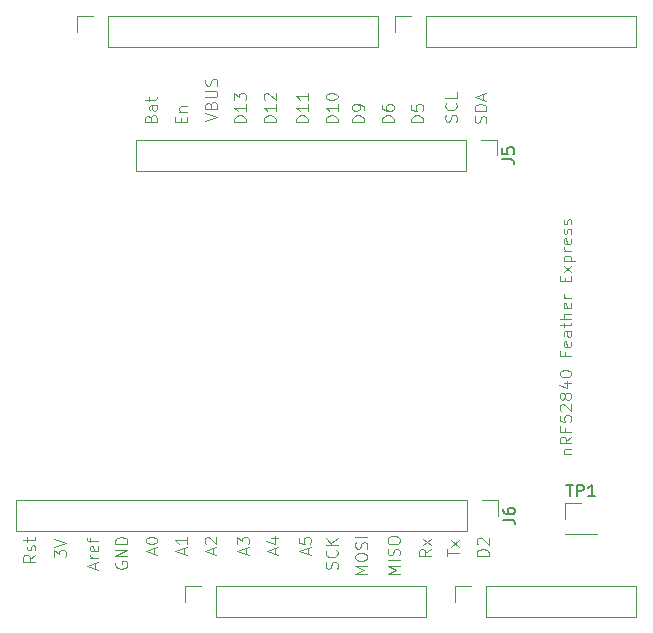
<source format=gbr>
%TF.GenerationSoftware,KiCad,Pcbnew,8.0.7*%
%TF.CreationDate,2025-01-02T12:36:53+09:00*%
%TF.ProjectId,nRF52840_UNO,6e524635-3238-4343-905f-554e4f2e6b69,rev?*%
%TF.SameCoordinates,Original*%
%TF.FileFunction,Legend,Top*%
%TF.FilePolarity,Positive*%
%FSLAX46Y46*%
G04 Gerber Fmt 4.6, Leading zero omitted, Abs format (unit mm)*
G04 Created by KiCad (PCBNEW 8.0.7) date 2025-01-02 12:36:53*
%MOMM*%
%LPD*%
G01*
G04 APERTURE LIST*
%ADD10C,0.100000*%
%ADD11C,0.150000*%
%ADD12C,0.120000*%
G04 APERTURE END LIST*
D10*
X92086704Y-75743734D02*
X92086704Y-75267544D01*
X92372419Y-75838972D02*
X91372419Y-75505639D01*
X91372419Y-75505639D02*
X92372419Y-75172306D01*
X91705752Y-74410401D02*
X92372419Y-74410401D01*
X91324800Y-74648496D02*
X92039085Y-74886591D01*
X92039085Y-74886591D02*
X92039085Y-74267544D01*
X89586704Y-75743734D02*
X89586704Y-75267544D01*
X89872419Y-75838972D02*
X88872419Y-75505639D01*
X88872419Y-75505639D02*
X89872419Y-75172306D01*
X88872419Y-74934210D02*
X88872419Y-74315163D01*
X88872419Y-74315163D02*
X89253371Y-74648496D01*
X89253371Y-74648496D02*
X89253371Y-74505639D01*
X89253371Y-74505639D02*
X89300990Y-74410401D01*
X89300990Y-74410401D02*
X89348609Y-74362782D01*
X89348609Y-74362782D02*
X89443847Y-74315163D01*
X89443847Y-74315163D02*
X89681942Y-74315163D01*
X89681942Y-74315163D02*
X89777180Y-74362782D01*
X89777180Y-74362782D02*
X89824800Y-74410401D01*
X89824800Y-74410401D02*
X89872419Y-74505639D01*
X89872419Y-74505639D02*
X89872419Y-74791353D01*
X89872419Y-74791353D02*
X89824800Y-74886591D01*
X89824800Y-74886591D02*
X89777180Y-74934210D01*
X86836704Y-75743734D02*
X86836704Y-75267544D01*
X87122419Y-75838972D02*
X86122419Y-75505639D01*
X86122419Y-75505639D02*
X87122419Y-75172306D01*
X86217657Y-74886591D02*
X86170038Y-74838972D01*
X86170038Y-74838972D02*
X86122419Y-74743734D01*
X86122419Y-74743734D02*
X86122419Y-74505639D01*
X86122419Y-74505639D02*
X86170038Y-74410401D01*
X86170038Y-74410401D02*
X86217657Y-74362782D01*
X86217657Y-74362782D02*
X86312895Y-74315163D01*
X86312895Y-74315163D02*
X86408133Y-74315163D01*
X86408133Y-74315163D02*
X86550990Y-74362782D01*
X86550990Y-74362782D02*
X87122419Y-74934210D01*
X87122419Y-74934210D02*
X87122419Y-74315163D01*
X84336704Y-75743734D02*
X84336704Y-75267544D01*
X84622419Y-75838972D02*
X83622419Y-75505639D01*
X83622419Y-75505639D02*
X84622419Y-75172306D01*
X84622419Y-74315163D02*
X84622419Y-74886591D01*
X84622419Y-74600877D02*
X83622419Y-74600877D01*
X83622419Y-74600877D02*
X83765276Y-74696115D01*
X83765276Y-74696115D02*
X83860514Y-74791353D01*
X83860514Y-74791353D02*
X83908133Y-74886591D01*
X102622419Y-77446115D02*
X101622419Y-77446115D01*
X101622419Y-77446115D02*
X102336704Y-77112782D01*
X102336704Y-77112782D02*
X101622419Y-76779449D01*
X101622419Y-76779449D02*
X102622419Y-76779449D01*
X102622419Y-76303258D02*
X101622419Y-76303258D01*
X102574800Y-75874687D02*
X102622419Y-75731830D01*
X102622419Y-75731830D02*
X102622419Y-75493735D01*
X102622419Y-75493735D02*
X102574800Y-75398497D01*
X102574800Y-75398497D02*
X102527180Y-75350878D01*
X102527180Y-75350878D02*
X102431942Y-75303259D01*
X102431942Y-75303259D02*
X102336704Y-75303259D01*
X102336704Y-75303259D02*
X102241466Y-75350878D01*
X102241466Y-75350878D02*
X102193847Y-75398497D01*
X102193847Y-75398497D02*
X102146228Y-75493735D01*
X102146228Y-75493735D02*
X102098609Y-75684211D01*
X102098609Y-75684211D02*
X102050990Y-75779449D01*
X102050990Y-75779449D02*
X102003371Y-75827068D01*
X102003371Y-75827068D02*
X101908133Y-75874687D01*
X101908133Y-75874687D02*
X101812895Y-75874687D01*
X101812895Y-75874687D02*
X101717657Y-75827068D01*
X101717657Y-75827068D02*
X101670038Y-75779449D01*
X101670038Y-75779449D02*
X101622419Y-75684211D01*
X101622419Y-75684211D02*
X101622419Y-75446116D01*
X101622419Y-75446116D02*
X101670038Y-75303259D01*
X101622419Y-74684211D02*
X101622419Y-74493735D01*
X101622419Y-74493735D02*
X101670038Y-74398497D01*
X101670038Y-74398497D02*
X101765276Y-74303259D01*
X101765276Y-74303259D02*
X101955752Y-74255640D01*
X101955752Y-74255640D02*
X102289085Y-74255640D01*
X102289085Y-74255640D02*
X102479561Y-74303259D01*
X102479561Y-74303259D02*
X102574800Y-74398497D01*
X102574800Y-74398497D02*
X102622419Y-74493735D01*
X102622419Y-74493735D02*
X102622419Y-74684211D01*
X102622419Y-74684211D02*
X102574800Y-74779449D01*
X102574800Y-74779449D02*
X102479561Y-74874687D01*
X102479561Y-74874687D02*
X102289085Y-74922306D01*
X102289085Y-74922306D02*
X101955752Y-74922306D01*
X101955752Y-74922306D02*
X101765276Y-74874687D01*
X101765276Y-74874687D02*
X101670038Y-74779449D01*
X101670038Y-74779449D02*
X101622419Y-74684211D01*
X99872419Y-77446115D02*
X98872419Y-77446115D01*
X98872419Y-77446115D02*
X99586704Y-77112782D01*
X99586704Y-77112782D02*
X98872419Y-76779449D01*
X98872419Y-76779449D02*
X99872419Y-76779449D01*
X98872419Y-76112782D02*
X98872419Y-75922306D01*
X98872419Y-75922306D02*
X98920038Y-75827068D01*
X98920038Y-75827068D02*
X99015276Y-75731830D01*
X99015276Y-75731830D02*
X99205752Y-75684211D01*
X99205752Y-75684211D02*
X99539085Y-75684211D01*
X99539085Y-75684211D02*
X99729561Y-75731830D01*
X99729561Y-75731830D02*
X99824800Y-75827068D01*
X99824800Y-75827068D02*
X99872419Y-75922306D01*
X99872419Y-75922306D02*
X99872419Y-76112782D01*
X99872419Y-76112782D02*
X99824800Y-76208020D01*
X99824800Y-76208020D02*
X99729561Y-76303258D01*
X99729561Y-76303258D02*
X99539085Y-76350877D01*
X99539085Y-76350877D02*
X99205752Y-76350877D01*
X99205752Y-76350877D02*
X99015276Y-76303258D01*
X99015276Y-76303258D02*
X98920038Y-76208020D01*
X98920038Y-76208020D02*
X98872419Y-76112782D01*
X99824800Y-75303258D02*
X99872419Y-75160401D01*
X99872419Y-75160401D02*
X99872419Y-74922306D01*
X99872419Y-74922306D02*
X99824800Y-74827068D01*
X99824800Y-74827068D02*
X99777180Y-74779449D01*
X99777180Y-74779449D02*
X99681942Y-74731830D01*
X99681942Y-74731830D02*
X99586704Y-74731830D01*
X99586704Y-74731830D02*
X99491466Y-74779449D01*
X99491466Y-74779449D02*
X99443847Y-74827068D01*
X99443847Y-74827068D02*
X99396228Y-74922306D01*
X99396228Y-74922306D02*
X99348609Y-75112782D01*
X99348609Y-75112782D02*
X99300990Y-75208020D01*
X99300990Y-75208020D02*
X99253371Y-75255639D01*
X99253371Y-75255639D02*
X99158133Y-75303258D01*
X99158133Y-75303258D02*
X99062895Y-75303258D01*
X99062895Y-75303258D02*
X98967657Y-75255639D01*
X98967657Y-75255639D02*
X98920038Y-75208020D01*
X98920038Y-75208020D02*
X98872419Y-75112782D01*
X98872419Y-75112782D02*
X98872419Y-74874687D01*
X98872419Y-74874687D02*
X98920038Y-74731830D01*
X99872419Y-74303258D02*
X98872419Y-74303258D01*
X97324800Y-76993734D02*
X97372419Y-76850877D01*
X97372419Y-76850877D02*
X97372419Y-76612782D01*
X97372419Y-76612782D02*
X97324800Y-76517544D01*
X97324800Y-76517544D02*
X97277180Y-76469925D01*
X97277180Y-76469925D02*
X97181942Y-76422306D01*
X97181942Y-76422306D02*
X97086704Y-76422306D01*
X97086704Y-76422306D02*
X96991466Y-76469925D01*
X96991466Y-76469925D02*
X96943847Y-76517544D01*
X96943847Y-76517544D02*
X96896228Y-76612782D01*
X96896228Y-76612782D02*
X96848609Y-76803258D01*
X96848609Y-76803258D02*
X96800990Y-76898496D01*
X96800990Y-76898496D02*
X96753371Y-76946115D01*
X96753371Y-76946115D02*
X96658133Y-76993734D01*
X96658133Y-76993734D02*
X96562895Y-76993734D01*
X96562895Y-76993734D02*
X96467657Y-76946115D01*
X96467657Y-76946115D02*
X96420038Y-76898496D01*
X96420038Y-76898496D02*
X96372419Y-76803258D01*
X96372419Y-76803258D02*
X96372419Y-76565163D01*
X96372419Y-76565163D02*
X96420038Y-76422306D01*
X97277180Y-75422306D02*
X97324800Y-75469925D01*
X97324800Y-75469925D02*
X97372419Y-75612782D01*
X97372419Y-75612782D02*
X97372419Y-75708020D01*
X97372419Y-75708020D02*
X97324800Y-75850877D01*
X97324800Y-75850877D02*
X97229561Y-75946115D01*
X97229561Y-75946115D02*
X97134323Y-75993734D01*
X97134323Y-75993734D02*
X96943847Y-76041353D01*
X96943847Y-76041353D02*
X96800990Y-76041353D01*
X96800990Y-76041353D02*
X96610514Y-75993734D01*
X96610514Y-75993734D02*
X96515276Y-75946115D01*
X96515276Y-75946115D02*
X96420038Y-75850877D01*
X96420038Y-75850877D02*
X96372419Y-75708020D01*
X96372419Y-75708020D02*
X96372419Y-75612782D01*
X96372419Y-75612782D02*
X96420038Y-75469925D01*
X96420038Y-75469925D02*
X96467657Y-75422306D01*
X97372419Y-74993734D02*
X96372419Y-74993734D01*
X97372419Y-74422306D02*
X96800990Y-74850877D01*
X96372419Y-74422306D02*
X96943847Y-74993734D01*
X94836704Y-75743734D02*
X94836704Y-75267544D01*
X95122419Y-75838972D02*
X94122419Y-75505639D01*
X94122419Y-75505639D02*
X95122419Y-75172306D01*
X94122419Y-74362782D02*
X94122419Y-74838972D01*
X94122419Y-74838972D02*
X94598609Y-74886591D01*
X94598609Y-74886591D02*
X94550990Y-74838972D01*
X94550990Y-74838972D02*
X94503371Y-74743734D01*
X94503371Y-74743734D02*
X94503371Y-74505639D01*
X94503371Y-74505639D02*
X94550990Y-74410401D01*
X94550990Y-74410401D02*
X94598609Y-74362782D01*
X94598609Y-74362782D02*
X94693847Y-74315163D01*
X94693847Y-74315163D02*
X94931942Y-74315163D01*
X94931942Y-74315163D02*
X95027180Y-74362782D01*
X95027180Y-74362782D02*
X95074800Y-74410401D01*
X95074800Y-74410401D02*
X95122419Y-74505639D01*
X95122419Y-74505639D02*
X95122419Y-74743734D01*
X95122419Y-74743734D02*
X95074800Y-74838972D01*
X95074800Y-74838972D02*
X95027180Y-74886591D01*
X81836704Y-75743734D02*
X81836704Y-75267544D01*
X82122419Y-75838972D02*
X81122419Y-75505639D01*
X81122419Y-75505639D02*
X82122419Y-75172306D01*
X81122419Y-74648496D02*
X81122419Y-74553258D01*
X81122419Y-74553258D02*
X81170038Y-74458020D01*
X81170038Y-74458020D02*
X81217657Y-74410401D01*
X81217657Y-74410401D02*
X81312895Y-74362782D01*
X81312895Y-74362782D02*
X81503371Y-74315163D01*
X81503371Y-74315163D02*
X81741466Y-74315163D01*
X81741466Y-74315163D02*
X81931942Y-74362782D01*
X81931942Y-74362782D02*
X82027180Y-74410401D01*
X82027180Y-74410401D02*
X82074800Y-74458020D01*
X82074800Y-74458020D02*
X82122419Y-74553258D01*
X82122419Y-74553258D02*
X82122419Y-74648496D01*
X82122419Y-74648496D02*
X82074800Y-74743734D01*
X82074800Y-74743734D02*
X82027180Y-74791353D01*
X82027180Y-74791353D02*
X81931942Y-74838972D01*
X81931942Y-74838972D02*
X81741466Y-74886591D01*
X81741466Y-74886591D02*
X81503371Y-74886591D01*
X81503371Y-74886591D02*
X81312895Y-74838972D01*
X81312895Y-74838972D02*
X81217657Y-74791353D01*
X81217657Y-74791353D02*
X81170038Y-74743734D01*
X81170038Y-74743734D02*
X81122419Y-74648496D01*
X92122419Y-39196115D02*
X91122419Y-39196115D01*
X91122419Y-39196115D02*
X91122419Y-38958020D01*
X91122419Y-38958020D02*
X91170038Y-38815163D01*
X91170038Y-38815163D02*
X91265276Y-38719925D01*
X91265276Y-38719925D02*
X91360514Y-38672306D01*
X91360514Y-38672306D02*
X91550990Y-38624687D01*
X91550990Y-38624687D02*
X91693847Y-38624687D01*
X91693847Y-38624687D02*
X91884323Y-38672306D01*
X91884323Y-38672306D02*
X91979561Y-38719925D01*
X91979561Y-38719925D02*
X92074800Y-38815163D01*
X92074800Y-38815163D02*
X92122419Y-38958020D01*
X92122419Y-38958020D02*
X92122419Y-39196115D01*
X92122419Y-37672306D02*
X92122419Y-38243734D01*
X92122419Y-37958020D02*
X91122419Y-37958020D01*
X91122419Y-37958020D02*
X91265276Y-38053258D01*
X91265276Y-38053258D02*
X91360514Y-38148496D01*
X91360514Y-38148496D02*
X91408133Y-38243734D01*
X91217657Y-37291353D02*
X91170038Y-37243734D01*
X91170038Y-37243734D02*
X91122419Y-37148496D01*
X91122419Y-37148496D02*
X91122419Y-36910401D01*
X91122419Y-36910401D02*
X91170038Y-36815163D01*
X91170038Y-36815163D02*
X91217657Y-36767544D01*
X91217657Y-36767544D02*
X91312895Y-36719925D01*
X91312895Y-36719925D02*
X91408133Y-36719925D01*
X91408133Y-36719925D02*
X91550990Y-36767544D01*
X91550990Y-36767544D02*
X92122419Y-37338972D01*
X92122419Y-37338972D02*
X92122419Y-36719925D01*
X94872419Y-39196115D02*
X93872419Y-39196115D01*
X93872419Y-39196115D02*
X93872419Y-38958020D01*
X93872419Y-38958020D02*
X93920038Y-38815163D01*
X93920038Y-38815163D02*
X94015276Y-38719925D01*
X94015276Y-38719925D02*
X94110514Y-38672306D01*
X94110514Y-38672306D02*
X94300990Y-38624687D01*
X94300990Y-38624687D02*
X94443847Y-38624687D01*
X94443847Y-38624687D02*
X94634323Y-38672306D01*
X94634323Y-38672306D02*
X94729561Y-38719925D01*
X94729561Y-38719925D02*
X94824800Y-38815163D01*
X94824800Y-38815163D02*
X94872419Y-38958020D01*
X94872419Y-38958020D02*
X94872419Y-39196115D01*
X94872419Y-37672306D02*
X94872419Y-38243734D01*
X94872419Y-37958020D02*
X93872419Y-37958020D01*
X93872419Y-37958020D02*
X94015276Y-38053258D01*
X94015276Y-38053258D02*
X94110514Y-38148496D01*
X94110514Y-38148496D02*
X94158133Y-38243734D01*
X94872419Y-36719925D02*
X94872419Y-37291353D01*
X94872419Y-37005639D02*
X93872419Y-37005639D01*
X93872419Y-37005639D02*
X94015276Y-37100877D01*
X94015276Y-37100877D02*
X94110514Y-37196115D01*
X94110514Y-37196115D02*
X94158133Y-37291353D01*
X97372419Y-39196115D02*
X96372419Y-39196115D01*
X96372419Y-39196115D02*
X96372419Y-38958020D01*
X96372419Y-38958020D02*
X96420038Y-38815163D01*
X96420038Y-38815163D02*
X96515276Y-38719925D01*
X96515276Y-38719925D02*
X96610514Y-38672306D01*
X96610514Y-38672306D02*
X96800990Y-38624687D01*
X96800990Y-38624687D02*
X96943847Y-38624687D01*
X96943847Y-38624687D02*
X97134323Y-38672306D01*
X97134323Y-38672306D02*
X97229561Y-38719925D01*
X97229561Y-38719925D02*
X97324800Y-38815163D01*
X97324800Y-38815163D02*
X97372419Y-38958020D01*
X97372419Y-38958020D02*
X97372419Y-39196115D01*
X97372419Y-37672306D02*
X97372419Y-38243734D01*
X97372419Y-37958020D02*
X96372419Y-37958020D01*
X96372419Y-37958020D02*
X96515276Y-38053258D01*
X96515276Y-38053258D02*
X96610514Y-38148496D01*
X96610514Y-38148496D02*
X96658133Y-38243734D01*
X96372419Y-37053258D02*
X96372419Y-36958020D01*
X96372419Y-36958020D02*
X96420038Y-36862782D01*
X96420038Y-36862782D02*
X96467657Y-36815163D01*
X96467657Y-36815163D02*
X96562895Y-36767544D01*
X96562895Y-36767544D02*
X96753371Y-36719925D01*
X96753371Y-36719925D02*
X96991466Y-36719925D01*
X96991466Y-36719925D02*
X97181942Y-36767544D01*
X97181942Y-36767544D02*
X97277180Y-36815163D01*
X97277180Y-36815163D02*
X97324800Y-36862782D01*
X97324800Y-36862782D02*
X97372419Y-36958020D01*
X97372419Y-36958020D02*
X97372419Y-37053258D01*
X97372419Y-37053258D02*
X97324800Y-37148496D01*
X97324800Y-37148496D02*
X97277180Y-37196115D01*
X97277180Y-37196115D02*
X97181942Y-37243734D01*
X97181942Y-37243734D02*
X96991466Y-37291353D01*
X96991466Y-37291353D02*
X96753371Y-37291353D01*
X96753371Y-37291353D02*
X96562895Y-37243734D01*
X96562895Y-37243734D02*
X96467657Y-37196115D01*
X96467657Y-37196115D02*
X96420038Y-37148496D01*
X96420038Y-37148496D02*
X96372419Y-37053258D01*
X99622419Y-39196115D02*
X98622419Y-39196115D01*
X98622419Y-39196115D02*
X98622419Y-38958020D01*
X98622419Y-38958020D02*
X98670038Y-38815163D01*
X98670038Y-38815163D02*
X98765276Y-38719925D01*
X98765276Y-38719925D02*
X98860514Y-38672306D01*
X98860514Y-38672306D02*
X99050990Y-38624687D01*
X99050990Y-38624687D02*
X99193847Y-38624687D01*
X99193847Y-38624687D02*
X99384323Y-38672306D01*
X99384323Y-38672306D02*
X99479561Y-38719925D01*
X99479561Y-38719925D02*
X99574800Y-38815163D01*
X99574800Y-38815163D02*
X99622419Y-38958020D01*
X99622419Y-38958020D02*
X99622419Y-39196115D01*
X99622419Y-38148496D02*
X99622419Y-37958020D01*
X99622419Y-37958020D02*
X99574800Y-37862782D01*
X99574800Y-37862782D02*
X99527180Y-37815163D01*
X99527180Y-37815163D02*
X99384323Y-37719925D01*
X99384323Y-37719925D02*
X99193847Y-37672306D01*
X99193847Y-37672306D02*
X98812895Y-37672306D01*
X98812895Y-37672306D02*
X98717657Y-37719925D01*
X98717657Y-37719925D02*
X98670038Y-37767544D01*
X98670038Y-37767544D02*
X98622419Y-37862782D01*
X98622419Y-37862782D02*
X98622419Y-38053258D01*
X98622419Y-38053258D02*
X98670038Y-38148496D01*
X98670038Y-38148496D02*
X98717657Y-38196115D01*
X98717657Y-38196115D02*
X98812895Y-38243734D01*
X98812895Y-38243734D02*
X99050990Y-38243734D01*
X99050990Y-38243734D02*
X99146228Y-38196115D01*
X99146228Y-38196115D02*
X99193847Y-38148496D01*
X99193847Y-38148496D02*
X99241466Y-38053258D01*
X99241466Y-38053258D02*
X99241466Y-37862782D01*
X99241466Y-37862782D02*
X99193847Y-37767544D01*
X99193847Y-37767544D02*
X99146228Y-37719925D01*
X99146228Y-37719925D02*
X99050990Y-37672306D01*
X109924800Y-39243734D02*
X109972419Y-39100877D01*
X109972419Y-39100877D02*
X109972419Y-38862782D01*
X109972419Y-38862782D02*
X109924800Y-38767544D01*
X109924800Y-38767544D02*
X109877180Y-38719925D01*
X109877180Y-38719925D02*
X109781942Y-38672306D01*
X109781942Y-38672306D02*
X109686704Y-38672306D01*
X109686704Y-38672306D02*
X109591466Y-38719925D01*
X109591466Y-38719925D02*
X109543847Y-38767544D01*
X109543847Y-38767544D02*
X109496228Y-38862782D01*
X109496228Y-38862782D02*
X109448609Y-39053258D01*
X109448609Y-39053258D02*
X109400990Y-39148496D01*
X109400990Y-39148496D02*
X109353371Y-39196115D01*
X109353371Y-39196115D02*
X109258133Y-39243734D01*
X109258133Y-39243734D02*
X109162895Y-39243734D01*
X109162895Y-39243734D02*
X109067657Y-39196115D01*
X109067657Y-39196115D02*
X109020038Y-39148496D01*
X109020038Y-39148496D02*
X108972419Y-39053258D01*
X108972419Y-39053258D02*
X108972419Y-38815163D01*
X108972419Y-38815163D02*
X109020038Y-38672306D01*
X109972419Y-38243734D02*
X108972419Y-38243734D01*
X108972419Y-38243734D02*
X108972419Y-38005639D01*
X108972419Y-38005639D02*
X109020038Y-37862782D01*
X109020038Y-37862782D02*
X109115276Y-37767544D01*
X109115276Y-37767544D02*
X109210514Y-37719925D01*
X109210514Y-37719925D02*
X109400990Y-37672306D01*
X109400990Y-37672306D02*
X109543847Y-37672306D01*
X109543847Y-37672306D02*
X109734323Y-37719925D01*
X109734323Y-37719925D02*
X109829561Y-37767544D01*
X109829561Y-37767544D02*
X109924800Y-37862782D01*
X109924800Y-37862782D02*
X109972419Y-38005639D01*
X109972419Y-38005639D02*
X109972419Y-38243734D01*
X109686704Y-37291353D02*
X109686704Y-36815163D01*
X109972419Y-37386591D02*
X108972419Y-37053258D01*
X108972419Y-37053258D02*
X109972419Y-36719925D01*
X107424800Y-39143734D02*
X107472419Y-39000877D01*
X107472419Y-39000877D02*
X107472419Y-38762782D01*
X107472419Y-38762782D02*
X107424800Y-38667544D01*
X107424800Y-38667544D02*
X107377180Y-38619925D01*
X107377180Y-38619925D02*
X107281942Y-38572306D01*
X107281942Y-38572306D02*
X107186704Y-38572306D01*
X107186704Y-38572306D02*
X107091466Y-38619925D01*
X107091466Y-38619925D02*
X107043847Y-38667544D01*
X107043847Y-38667544D02*
X106996228Y-38762782D01*
X106996228Y-38762782D02*
X106948609Y-38953258D01*
X106948609Y-38953258D02*
X106900990Y-39048496D01*
X106900990Y-39048496D02*
X106853371Y-39096115D01*
X106853371Y-39096115D02*
X106758133Y-39143734D01*
X106758133Y-39143734D02*
X106662895Y-39143734D01*
X106662895Y-39143734D02*
X106567657Y-39096115D01*
X106567657Y-39096115D02*
X106520038Y-39048496D01*
X106520038Y-39048496D02*
X106472419Y-38953258D01*
X106472419Y-38953258D02*
X106472419Y-38715163D01*
X106472419Y-38715163D02*
X106520038Y-38572306D01*
X107377180Y-37572306D02*
X107424800Y-37619925D01*
X107424800Y-37619925D02*
X107472419Y-37762782D01*
X107472419Y-37762782D02*
X107472419Y-37858020D01*
X107472419Y-37858020D02*
X107424800Y-38000877D01*
X107424800Y-38000877D02*
X107329561Y-38096115D01*
X107329561Y-38096115D02*
X107234323Y-38143734D01*
X107234323Y-38143734D02*
X107043847Y-38191353D01*
X107043847Y-38191353D02*
X106900990Y-38191353D01*
X106900990Y-38191353D02*
X106710514Y-38143734D01*
X106710514Y-38143734D02*
X106615276Y-38096115D01*
X106615276Y-38096115D02*
X106520038Y-38000877D01*
X106520038Y-38000877D02*
X106472419Y-37858020D01*
X106472419Y-37858020D02*
X106472419Y-37762782D01*
X106472419Y-37762782D02*
X106520038Y-37619925D01*
X106520038Y-37619925D02*
X106567657Y-37572306D01*
X107472419Y-36667544D02*
X107472419Y-37143734D01*
X107472419Y-37143734D02*
X106472419Y-37143734D01*
X104622419Y-39196115D02*
X103622419Y-39196115D01*
X103622419Y-39196115D02*
X103622419Y-38958020D01*
X103622419Y-38958020D02*
X103670038Y-38815163D01*
X103670038Y-38815163D02*
X103765276Y-38719925D01*
X103765276Y-38719925D02*
X103860514Y-38672306D01*
X103860514Y-38672306D02*
X104050990Y-38624687D01*
X104050990Y-38624687D02*
X104193847Y-38624687D01*
X104193847Y-38624687D02*
X104384323Y-38672306D01*
X104384323Y-38672306D02*
X104479561Y-38719925D01*
X104479561Y-38719925D02*
X104574800Y-38815163D01*
X104574800Y-38815163D02*
X104622419Y-38958020D01*
X104622419Y-38958020D02*
X104622419Y-39196115D01*
X103622419Y-37719925D02*
X103622419Y-38196115D01*
X103622419Y-38196115D02*
X104098609Y-38243734D01*
X104098609Y-38243734D02*
X104050990Y-38196115D01*
X104050990Y-38196115D02*
X104003371Y-38100877D01*
X104003371Y-38100877D02*
X104003371Y-37862782D01*
X104003371Y-37862782D02*
X104050990Y-37767544D01*
X104050990Y-37767544D02*
X104098609Y-37719925D01*
X104098609Y-37719925D02*
X104193847Y-37672306D01*
X104193847Y-37672306D02*
X104431942Y-37672306D01*
X104431942Y-37672306D02*
X104527180Y-37719925D01*
X104527180Y-37719925D02*
X104574800Y-37767544D01*
X104574800Y-37767544D02*
X104622419Y-37862782D01*
X104622419Y-37862782D02*
X104622419Y-38100877D01*
X104622419Y-38100877D02*
X104574800Y-38196115D01*
X104574800Y-38196115D02*
X104527180Y-38243734D01*
X102122419Y-39196115D02*
X101122419Y-39196115D01*
X101122419Y-39196115D02*
X101122419Y-38958020D01*
X101122419Y-38958020D02*
X101170038Y-38815163D01*
X101170038Y-38815163D02*
X101265276Y-38719925D01*
X101265276Y-38719925D02*
X101360514Y-38672306D01*
X101360514Y-38672306D02*
X101550990Y-38624687D01*
X101550990Y-38624687D02*
X101693847Y-38624687D01*
X101693847Y-38624687D02*
X101884323Y-38672306D01*
X101884323Y-38672306D02*
X101979561Y-38719925D01*
X101979561Y-38719925D02*
X102074800Y-38815163D01*
X102074800Y-38815163D02*
X102122419Y-38958020D01*
X102122419Y-38958020D02*
X102122419Y-39196115D01*
X101122419Y-37767544D02*
X101122419Y-37958020D01*
X101122419Y-37958020D02*
X101170038Y-38053258D01*
X101170038Y-38053258D02*
X101217657Y-38100877D01*
X101217657Y-38100877D02*
X101360514Y-38196115D01*
X101360514Y-38196115D02*
X101550990Y-38243734D01*
X101550990Y-38243734D02*
X101931942Y-38243734D01*
X101931942Y-38243734D02*
X102027180Y-38196115D01*
X102027180Y-38196115D02*
X102074800Y-38148496D01*
X102074800Y-38148496D02*
X102122419Y-38053258D01*
X102122419Y-38053258D02*
X102122419Y-37862782D01*
X102122419Y-37862782D02*
X102074800Y-37767544D01*
X102074800Y-37767544D02*
X102027180Y-37719925D01*
X102027180Y-37719925D02*
X101931942Y-37672306D01*
X101931942Y-37672306D02*
X101693847Y-37672306D01*
X101693847Y-37672306D02*
X101598609Y-37719925D01*
X101598609Y-37719925D02*
X101550990Y-37767544D01*
X101550990Y-37767544D02*
X101503371Y-37862782D01*
X101503371Y-37862782D02*
X101503371Y-38053258D01*
X101503371Y-38053258D02*
X101550990Y-38148496D01*
X101550990Y-38148496D02*
X101598609Y-38196115D01*
X101598609Y-38196115D02*
X101693847Y-38243734D01*
X89622419Y-39196115D02*
X88622419Y-39196115D01*
X88622419Y-39196115D02*
X88622419Y-38958020D01*
X88622419Y-38958020D02*
X88670038Y-38815163D01*
X88670038Y-38815163D02*
X88765276Y-38719925D01*
X88765276Y-38719925D02*
X88860514Y-38672306D01*
X88860514Y-38672306D02*
X89050990Y-38624687D01*
X89050990Y-38624687D02*
X89193847Y-38624687D01*
X89193847Y-38624687D02*
X89384323Y-38672306D01*
X89384323Y-38672306D02*
X89479561Y-38719925D01*
X89479561Y-38719925D02*
X89574800Y-38815163D01*
X89574800Y-38815163D02*
X89622419Y-38958020D01*
X89622419Y-38958020D02*
X89622419Y-39196115D01*
X89622419Y-37672306D02*
X89622419Y-38243734D01*
X89622419Y-37958020D02*
X88622419Y-37958020D01*
X88622419Y-37958020D02*
X88765276Y-38053258D01*
X88765276Y-38053258D02*
X88860514Y-38148496D01*
X88860514Y-38148496D02*
X88908133Y-38243734D01*
X88622419Y-37338972D02*
X88622419Y-36719925D01*
X88622419Y-36719925D02*
X89003371Y-37053258D01*
X89003371Y-37053258D02*
X89003371Y-36910401D01*
X89003371Y-36910401D02*
X89050990Y-36815163D01*
X89050990Y-36815163D02*
X89098609Y-36767544D01*
X89098609Y-36767544D02*
X89193847Y-36719925D01*
X89193847Y-36719925D02*
X89431942Y-36719925D01*
X89431942Y-36719925D02*
X89527180Y-36767544D01*
X89527180Y-36767544D02*
X89574800Y-36815163D01*
X89574800Y-36815163D02*
X89622419Y-36910401D01*
X89622419Y-36910401D02*
X89622419Y-37196115D01*
X89622419Y-37196115D02*
X89574800Y-37291353D01*
X89574800Y-37291353D02*
X89527180Y-37338972D01*
X86172419Y-39088972D02*
X87172419Y-38755639D01*
X87172419Y-38755639D02*
X86172419Y-38422306D01*
X86648609Y-37755639D02*
X86696228Y-37612782D01*
X86696228Y-37612782D02*
X86743847Y-37565163D01*
X86743847Y-37565163D02*
X86839085Y-37517544D01*
X86839085Y-37517544D02*
X86981942Y-37517544D01*
X86981942Y-37517544D02*
X87077180Y-37565163D01*
X87077180Y-37565163D02*
X87124800Y-37612782D01*
X87124800Y-37612782D02*
X87172419Y-37708020D01*
X87172419Y-37708020D02*
X87172419Y-38088972D01*
X87172419Y-38088972D02*
X86172419Y-38088972D01*
X86172419Y-38088972D02*
X86172419Y-37755639D01*
X86172419Y-37755639D02*
X86220038Y-37660401D01*
X86220038Y-37660401D02*
X86267657Y-37612782D01*
X86267657Y-37612782D02*
X86362895Y-37565163D01*
X86362895Y-37565163D02*
X86458133Y-37565163D01*
X86458133Y-37565163D02*
X86553371Y-37612782D01*
X86553371Y-37612782D02*
X86600990Y-37660401D01*
X86600990Y-37660401D02*
X86648609Y-37755639D01*
X86648609Y-37755639D02*
X86648609Y-38088972D01*
X86172419Y-37088972D02*
X86981942Y-37088972D01*
X86981942Y-37088972D02*
X87077180Y-37041353D01*
X87077180Y-37041353D02*
X87124800Y-36993734D01*
X87124800Y-36993734D02*
X87172419Y-36898496D01*
X87172419Y-36898496D02*
X87172419Y-36708020D01*
X87172419Y-36708020D02*
X87124800Y-36612782D01*
X87124800Y-36612782D02*
X87077180Y-36565163D01*
X87077180Y-36565163D02*
X86981942Y-36517544D01*
X86981942Y-36517544D02*
X86172419Y-36517544D01*
X87124800Y-36088972D02*
X87172419Y-35946115D01*
X87172419Y-35946115D02*
X87172419Y-35708020D01*
X87172419Y-35708020D02*
X87124800Y-35612782D01*
X87124800Y-35612782D02*
X87077180Y-35565163D01*
X87077180Y-35565163D02*
X86981942Y-35517544D01*
X86981942Y-35517544D02*
X86886704Y-35517544D01*
X86886704Y-35517544D02*
X86791466Y-35565163D01*
X86791466Y-35565163D02*
X86743847Y-35612782D01*
X86743847Y-35612782D02*
X86696228Y-35708020D01*
X86696228Y-35708020D02*
X86648609Y-35898496D01*
X86648609Y-35898496D02*
X86600990Y-35993734D01*
X86600990Y-35993734D02*
X86553371Y-36041353D01*
X86553371Y-36041353D02*
X86458133Y-36088972D01*
X86458133Y-36088972D02*
X86362895Y-36088972D01*
X86362895Y-36088972D02*
X86267657Y-36041353D01*
X86267657Y-36041353D02*
X86220038Y-35993734D01*
X86220038Y-35993734D02*
X86172419Y-35898496D01*
X86172419Y-35898496D02*
X86172419Y-35660401D01*
X86172419Y-35660401D02*
X86220038Y-35517544D01*
X84098609Y-39196115D02*
X84098609Y-38862782D01*
X84622419Y-38719925D02*
X84622419Y-39196115D01*
X84622419Y-39196115D02*
X83622419Y-39196115D01*
X83622419Y-39196115D02*
X83622419Y-38719925D01*
X83955752Y-38291353D02*
X84622419Y-38291353D01*
X84050990Y-38291353D02*
X84003371Y-38243734D01*
X84003371Y-38243734D02*
X83955752Y-38148496D01*
X83955752Y-38148496D02*
X83955752Y-38005639D01*
X83955752Y-38005639D02*
X84003371Y-37910401D01*
X84003371Y-37910401D02*
X84098609Y-37862782D01*
X84098609Y-37862782D02*
X84622419Y-37862782D01*
X81548609Y-38862782D02*
X81596228Y-38719925D01*
X81596228Y-38719925D02*
X81643847Y-38672306D01*
X81643847Y-38672306D02*
X81739085Y-38624687D01*
X81739085Y-38624687D02*
X81881942Y-38624687D01*
X81881942Y-38624687D02*
X81977180Y-38672306D01*
X81977180Y-38672306D02*
X82024800Y-38719925D01*
X82024800Y-38719925D02*
X82072419Y-38815163D01*
X82072419Y-38815163D02*
X82072419Y-39196115D01*
X82072419Y-39196115D02*
X81072419Y-39196115D01*
X81072419Y-39196115D02*
X81072419Y-38862782D01*
X81072419Y-38862782D02*
X81120038Y-38767544D01*
X81120038Y-38767544D02*
X81167657Y-38719925D01*
X81167657Y-38719925D02*
X81262895Y-38672306D01*
X81262895Y-38672306D02*
X81358133Y-38672306D01*
X81358133Y-38672306D02*
X81453371Y-38719925D01*
X81453371Y-38719925D02*
X81500990Y-38767544D01*
X81500990Y-38767544D02*
X81548609Y-38862782D01*
X81548609Y-38862782D02*
X81548609Y-39196115D01*
X82072419Y-37767544D02*
X81548609Y-37767544D01*
X81548609Y-37767544D02*
X81453371Y-37815163D01*
X81453371Y-37815163D02*
X81405752Y-37910401D01*
X81405752Y-37910401D02*
X81405752Y-38100877D01*
X81405752Y-38100877D02*
X81453371Y-38196115D01*
X82024800Y-37767544D02*
X82072419Y-37862782D01*
X82072419Y-37862782D02*
X82072419Y-38100877D01*
X82072419Y-38100877D02*
X82024800Y-38196115D01*
X82024800Y-38196115D02*
X81929561Y-38243734D01*
X81929561Y-38243734D02*
X81834323Y-38243734D01*
X81834323Y-38243734D02*
X81739085Y-38196115D01*
X81739085Y-38196115D02*
X81691466Y-38100877D01*
X81691466Y-38100877D02*
X81691466Y-37862782D01*
X81691466Y-37862782D02*
X81643847Y-37767544D01*
X81405752Y-37434210D02*
X81405752Y-37053258D01*
X81072419Y-37291353D02*
X81929561Y-37291353D01*
X81929561Y-37291353D02*
X82024800Y-37243734D01*
X82024800Y-37243734D02*
X82072419Y-37148496D01*
X82072419Y-37148496D02*
X82072419Y-37053258D01*
X78620038Y-76422306D02*
X78572419Y-76517544D01*
X78572419Y-76517544D02*
X78572419Y-76660401D01*
X78572419Y-76660401D02*
X78620038Y-76803258D01*
X78620038Y-76803258D02*
X78715276Y-76898496D01*
X78715276Y-76898496D02*
X78810514Y-76946115D01*
X78810514Y-76946115D02*
X79000990Y-76993734D01*
X79000990Y-76993734D02*
X79143847Y-76993734D01*
X79143847Y-76993734D02*
X79334323Y-76946115D01*
X79334323Y-76946115D02*
X79429561Y-76898496D01*
X79429561Y-76898496D02*
X79524800Y-76803258D01*
X79524800Y-76803258D02*
X79572419Y-76660401D01*
X79572419Y-76660401D02*
X79572419Y-76565163D01*
X79572419Y-76565163D02*
X79524800Y-76422306D01*
X79524800Y-76422306D02*
X79477180Y-76374687D01*
X79477180Y-76374687D02*
X79143847Y-76374687D01*
X79143847Y-76374687D02*
X79143847Y-76565163D01*
X79572419Y-75946115D02*
X78572419Y-75946115D01*
X78572419Y-75946115D02*
X79572419Y-75374687D01*
X79572419Y-75374687D02*
X78572419Y-75374687D01*
X79572419Y-74898496D02*
X78572419Y-74898496D01*
X78572419Y-74898496D02*
X78572419Y-74660401D01*
X78572419Y-74660401D02*
X78620038Y-74517544D01*
X78620038Y-74517544D02*
X78715276Y-74422306D01*
X78715276Y-74422306D02*
X78810514Y-74374687D01*
X78810514Y-74374687D02*
X79000990Y-74327068D01*
X79000990Y-74327068D02*
X79143847Y-74327068D01*
X79143847Y-74327068D02*
X79334323Y-74374687D01*
X79334323Y-74374687D02*
X79429561Y-74422306D01*
X79429561Y-74422306D02*
X79524800Y-74517544D01*
X79524800Y-74517544D02*
X79572419Y-74660401D01*
X79572419Y-74660401D02*
X79572419Y-74898496D01*
X76836704Y-76993734D02*
X76836704Y-76517544D01*
X77122419Y-77088972D02*
X76122419Y-76755639D01*
X76122419Y-76755639D02*
X77122419Y-76422306D01*
X77122419Y-76088972D02*
X76455752Y-76088972D01*
X76646228Y-76088972D02*
X76550990Y-76041353D01*
X76550990Y-76041353D02*
X76503371Y-75993734D01*
X76503371Y-75993734D02*
X76455752Y-75898496D01*
X76455752Y-75898496D02*
X76455752Y-75803258D01*
X77074800Y-75088972D02*
X77122419Y-75184210D01*
X77122419Y-75184210D02*
X77122419Y-75374686D01*
X77122419Y-75374686D02*
X77074800Y-75469924D01*
X77074800Y-75469924D02*
X76979561Y-75517543D01*
X76979561Y-75517543D02*
X76598609Y-75517543D01*
X76598609Y-75517543D02*
X76503371Y-75469924D01*
X76503371Y-75469924D02*
X76455752Y-75374686D01*
X76455752Y-75374686D02*
X76455752Y-75184210D01*
X76455752Y-75184210D02*
X76503371Y-75088972D01*
X76503371Y-75088972D02*
X76598609Y-75041353D01*
X76598609Y-75041353D02*
X76693847Y-75041353D01*
X76693847Y-75041353D02*
X76789085Y-75517543D01*
X76455752Y-74755638D02*
X76455752Y-74374686D01*
X77122419Y-74612781D02*
X76265276Y-74612781D01*
X76265276Y-74612781D02*
X76170038Y-74565162D01*
X76170038Y-74565162D02*
X76122419Y-74469924D01*
X76122419Y-74469924D02*
X76122419Y-74374686D01*
X73372419Y-76041353D02*
X73372419Y-75422306D01*
X73372419Y-75422306D02*
X73753371Y-75755639D01*
X73753371Y-75755639D02*
X73753371Y-75612782D01*
X73753371Y-75612782D02*
X73800990Y-75517544D01*
X73800990Y-75517544D02*
X73848609Y-75469925D01*
X73848609Y-75469925D02*
X73943847Y-75422306D01*
X73943847Y-75422306D02*
X74181942Y-75422306D01*
X74181942Y-75422306D02*
X74277180Y-75469925D01*
X74277180Y-75469925D02*
X74324800Y-75517544D01*
X74324800Y-75517544D02*
X74372419Y-75612782D01*
X74372419Y-75612782D02*
X74372419Y-75898496D01*
X74372419Y-75898496D02*
X74324800Y-75993734D01*
X74324800Y-75993734D02*
X74277180Y-76041353D01*
X73372419Y-75136591D02*
X74372419Y-74803258D01*
X74372419Y-74803258D02*
X73372419Y-74469925D01*
X71772419Y-75824687D02*
X71296228Y-76158020D01*
X71772419Y-76396115D02*
X70772419Y-76396115D01*
X70772419Y-76396115D02*
X70772419Y-76015163D01*
X70772419Y-76015163D02*
X70820038Y-75919925D01*
X70820038Y-75919925D02*
X70867657Y-75872306D01*
X70867657Y-75872306D02*
X70962895Y-75824687D01*
X70962895Y-75824687D02*
X71105752Y-75824687D01*
X71105752Y-75824687D02*
X71200990Y-75872306D01*
X71200990Y-75872306D02*
X71248609Y-75919925D01*
X71248609Y-75919925D02*
X71296228Y-76015163D01*
X71296228Y-76015163D02*
X71296228Y-76396115D01*
X71724800Y-75443734D02*
X71772419Y-75348496D01*
X71772419Y-75348496D02*
X71772419Y-75158020D01*
X71772419Y-75158020D02*
X71724800Y-75062782D01*
X71724800Y-75062782D02*
X71629561Y-75015163D01*
X71629561Y-75015163D02*
X71581942Y-75015163D01*
X71581942Y-75015163D02*
X71486704Y-75062782D01*
X71486704Y-75062782D02*
X71439085Y-75158020D01*
X71439085Y-75158020D02*
X71439085Y-75300877D01*
X71439085Y-75300877D02*
X71391466Y-75396115D01*
X71391466Y-75396115D02*
X71296228Y-75443734D01*
X71296228Y-75443734D02*
X71248609Y-75443734D01*
X71248609Y-75443734D02*
X71153371Y-75396115D01*
X71153371Y-75396115D02*
X71105752Y-75300877D01*
X71105752Y-75300877D02*
X71105752Y-75158020D01*
X71105752Y-75158020D02*
X71153371Y-75062782D01*
X71105752Y-74729448D02*
X71105752Y-74348496D01*
X70772419Y-74586591D02*
X71629561Y-74586591D01*
X71629561Y-74586591D02*
X71724800Y-74538972D01*
X71724800Y-74538972D02*
X71772419Y-74443734D01*
X71772419Y-74443734D02*
X71772419Y-74348496D01*
X106672419Y-75938972D02*
X106672419Y-75367544D01*
X107672419Y-75653258D02*
X106672419Y-75653258D01*
X107672419Y-75129448D02*
X107005752Y-74605639D01*
X107005752Y-75129448D02*
X107672419Y-74605639D01*
X110172419Y-75896115D02*
X109172419Y-75896115D01*
X109172419Y-75896115D02*
X109172419Y-75658020D01*
X109172419Y-75658020D02*
X109220038Y-75515163D01*
X109220038Y-75515163D02*
X109315276Y-75419925D01*
X109315276Y-75419925D02*
X109410514Y-75372306D01*
X109410514Y-75372306D02*
X109600990Y-75324687D01*
X109600990Y-75324687D02*
X109743847Y-75324687D01*
X109743847Y-75324687D02*
X109934323Y-75372306D01*
X109934323Y-75372306D02*
X110029561Y-75419925D01*
X110029561Y-75419925D02*
X110124800Y-75515163D01*
X110124800Y-75515163D02*
X110172419Y-75658020D01*
X110172419Y-75658020D02*
X110172419Y-75896115D01*
X109267657Y-74943734D02*
X109220038Y-74896115D01*
X109220038Y-74896115D02*
X109172419Y-74800877D01*
X109172419Y-74800877D02*
X109172419Y-74562782D01*
X109172419Y-74562782D02*
X109220038Y-74467544D01*
X109220038Y-74467544D02*
X109267657Y-74419925D01*
X109267657Y-74419925D02*
X109362895Y-74372306D01*
X109362895Y-74372306D02*
X109458133Y-74372306D01*
X109458133Y-74372306D02*
X109600990Y-74419925D01*
X109600990Y-74419925D02*
X110172419Y-74991353D01*
X110172419Y-74991353D02*
X110172419Y-74372306D01*
X105272419Y-75324687D02*
X104796228Y-75658020D01*
X105272419Y-75896115D02*
X104272419Y-75896115D01*
X104272419Y-75896115D02*
X104272419Y-75515163D01*
X104272419Y-75515163D02*
X104320038Y-75419925D01*
X104320038Y-75419925D02*
X104367657Y-75372306D01*
X104367657Y-75372306D02*
X104462895Y-75324687D01*
X104462895Y-75324687D02*
X104605752Y-75324687D01*
X104605752Y-75324687D02*
X104700990Y-75372306D01*
X104700990Y-75372306D02*
X104748609Y-75419925D01*
X104748609Y-75419925D02*
X104796228Y-75515163D01*
X104796228Y-75515163D02*
X104796228Y-75896115D01*
X105272419Y-74991353D02*
X104605752Y-74467544D01*
X104605752Y-74991353D02*
X105272419Y-74467544D01*
X116505752Y-67296115D02*
X117172419Y-67296115D01*
X116600990Y-67296115D02*
X116553371Y-67248496D01*
X116553371Y-67248496D02*
X116505752Y-67153258D01*
X116505752Y-67153258D02*
X116505752Y-67010401D01*
X116505752Y-67010401D02*
X116553371Y-66915163D01*
X116553371Y-66915163D02*
X116648609Y-66867544D01*
X116648609Y-66867544D02*
X117172419Y-66867544D01*
X117172419Y-65819925D02*
X116696228Y-66153258D01*
X117172419Y-66391353D02*
X116172419Y-66391353D01*
X116172419Y-66391353D02*
X116172419Y-66010401D01*
X116172419Y-66010401D02*
X116220038Y-65915163D01*
X116220038Y-65915163D02*
X116267657Y-65867544D01*
X116267657Y-65867544D02*
X116362895Y-65819925D01*
X116362895Y-65819925D02*
X116505752Y-65819925D01*
X116505752Y-65819925D02*
X116600990Y-65867544D01*
X116600990Y-65867544D02*
X116648609Y-65915163D01*
X116648609Y-65915163D02*
X116696228Y-66010401D01*
X116696228Y-66010401D02*
X116696228Y-66391353D01*
X116648609Y-65058020D02*
X116648609Y-65391353D01*
X117172419Y-65391353D02*
X116172419Y-65391353D01*
X116172419Y-65391353D02*
X116172419Y-64915163D01*
X116172419Y-64058020D02*
X116172419Y-64534210D01*
X116172419Y-64534210D02*
X116648609Y-64581829D01*
X116648609Y-64581829D02*
X116600990Y-64534210D01*
X116600990Y-64534210D02*
X116553371Y-64438972D01*
X116553371Y-64438972D02*
X116553371Y-64200877D01*
X116553371Y-64200877D02*
X116600990Y-64105639D01*
X116600990Y-64105639D02*
X116648609Y-64058020D01*
X116648609Y-64058020D02*
X116743847Y-64010401D01*
X116743847Y-64010401D02*
X116981942Y-64010401D01*
X116981942Y-64010401D02*
X117077180Y-64058020D01*
X117077180Y-64058020D02*
X117124800Y-64105639D01*
X117124800Y-64105639D02*
X117172419Y-64200877D01*
X117172419Y-64200877D02*
X117172419Y-64438972D01*
X117172419Y-64438972D02*
X117124800Y-64534210D01*
X117124800Y-64534210D02*
X117077180Y-64581829D01*
X116267657Y-63629448D02*
X116220038Y-63581829D01*
X116220038Y-63581829D02*
X116172419Y-63486591D01*
X116172419Y-63486591D02*
X116172419Y-63248496D01*
X116172419Y-63248496D02*
X116220038Y-63153258D01*
X116220038Y-63153258D02*
X116267657Y-63105639D01*
X116267657Y-63105639D02*
X116362895Y-63058020D01*
X116362895Y-63058020D02*
X116458133Y-63058020D01*
X116458133Y-63058020D02*
X116600990Y-63105639D01*
X116600990Y-63105639D02*
X117172419Y-63677067D01*
X117172419Y-63677067D02*
X117172419Y-63058020D01*
X116600990Y-62486591D02*
X116553371Y-62581829D01*
X116553371Y-62581829D02*
X116505752Y-62629448D01*
X116505752Y-62629448D02*
X116410514Y-62677067D01*
X116410514Y-62677067D02*
X116362895Y-62677067D01*
X116362895Y-62677067D02*
X116267657Y-62629448D01*
X116267657Y-62629448D02*
X116220038Y-62581829D01*
X116220038Y-62581829D02*
X116172419Y-62486591D01*
X116172419Y-62486591D02*
X116172419Y-62296115D01*
X116172419Y-62296115D02*
X116220038Y-62200877D01*
X116220038Y-62200877D02*
X116267657Y-62153258D01*
X116267657Y-62153258D02*
X116362895Y-62105639D01*
X116362895Y-62105639D02*
X116410514Y-62105639D01*
X116410514Y-62105639D02*
X116505752Y-62153258D01*
X116505752Y-62153258D02*
X116553371Y-62200877D01*
X116553371Y-62200877D02*
X116600990Y-62296115D01*
X116600990Y-62296115D02*
X116600990Y-62486591D01*
X116600990Y-62486591D02*
X116648609Y-62581829D01*
X116648609Y-62581829D02*
X116696228Y-62629448D01*
X116696228Y-62629448D02*
X116791466Y-62677067D01*
X116791466Y-62677067D02*
X116981942Y-62677067D01*
X116981942Y-62677067D02*
X117077180Y-62629448D01*
X117077180Y-62629448D02*
X117124800Y-62581829D01*
X117124800Y-62581829D02*
X117172419Y-62486591D01*
X117172419Y-62486591D02*
X117172419Y-62296115D01*
X117172419Y-62296115D02*
X117124800Y-62200877D01*
X117124800Y-62200877D02*
X117077180Y-62153258D01*
X117077180Y-62153258D02*
X116981942Y-62105639D01*
X116981942Y-62105639D02*
X116791466Y-62105639D01*
X116791466Y-62105639D02*
X116696228Y-62153258D01*
X116696228Y-62153258D02*
X116648609Y-62200877D01*
X116648609Y-62200877D02*
X116600990Y-62296115D01*
X116505752Y-61248496D02*
X117172419Y-61248496D01*
X116124800Y-61486591D02*
X116839085Y-61724686D01*
X116839085Y-61724686D02*
X116839085Y-61105639D01*
X116172419Y-60534210D02*
X116172419Y-60438972D01*
X116172419Y-60438972D02*
X116220038Y-60343734D01*
X116220038Y-60343734D02*
X116267657Y-60296115D01*
X116267657Y-60296115D02*
X116362895Y-60248496D01*
X116362895Y-60248496D02*
X116553371Y-60200877D01*
X116553371Y-60200877D02*
X116791466Y-60200877D01*
X116791466Y-60200877D02*
X116981942Y-60248496D01*
X116981942Y-60248496D02*
X117077180Y-60296115D01*
X117077180Y-60296115D02*
X117124800Y-60343734D01*
X117124800Y-60343734D02*
X117172419Y-60438972D01*
X117172419Y-60438972D02*
X117172419Y-60534210D01*
X117172419Y-60534210D02*
X117124800Y-60629448D01*
X117124800Y-60629448D02*
X117077180Y-60677067D01*
X117077180Y-60677067D02*
X116981942Y-60724686D01*
X116981942Y-60724686D02*
X116791466Y-60772305D01*
X116791466Y-60772305D02*
X116553371Y-60772305D01*
X116553371Y-60772305D02*
X116362895Y-60724686D01*
X116362895Y-60724686D02*
X116267657Y-60677067D01*
X116267657Y-60677067D02*
X116220038Y-60629448D01*
X116220038Y-60629448D02*
X116172419Y-60534210D01*
X116648609Y-58677067D02*
X116648609Y-59010400D01*
X117172419Y-59010400D02*
X116172419Y-59010400D01*
X116172419Y-59010400D02*
X116172419Y-58534210D01*
X117124800Y-57772305D02*
X117172419Y-57867543D01*
X117172419Y-57867543D02*
X117172419Y-58058019D01*
X117172419Y-58058019D02*
X117124800Y-58153257D01*
X117124800Y-58153257D02*
X117029561Y-58200876D01*
X117029561Y-58200876D02*
X116648609Y-58200876D01*
X116648609Y-58200876D02*
X116553371Y-58153257D01*
X116553371Y-58153257D02*
X116505752Y-58058019D01*
X116505752Y-58058019D02*
X116505752Y-57867543D01*
X116505752Y-57867543D02*
X116553371Y-57772305D01*
X116553371Y-57772305D02*
X116648609Y-57724686D01*
X116648609Y-57724686D02*
X116743847Y-57724686D01*
X116743847Y-57724686D02*
X116839085Y-58200876D01*
X117172419Y-56867543D02*
X116648609Y-56867543D01*
X116648609Y-56867543D02*
X116553371Y-56915162D01*
X116553371Y-56915162D02*
X116505752Y-57010400D01*
X116505752Y-57010400D02*
X116505752Y-57200876D01*
X116505752Y-57200876D02*
X116553371Y-57296114D01*
X117124800Y-56867543D02*
X117172419Y-56962781D01*
X117172419Y-56962781D02*
X117172419Y-57200876D01*
X117172419Y-57200876D02*
X117124800Y-57296114D01*
X117124800Y-57296114D02*
X117029561Y-57343733D01*
X117029561Y-57343733D02*
X116934323Y-57343733D01*
X116934323Y-57343733D02*
X116839085Y-57296114D01*
X116839085Y-57296114D02*
X116791466Y-57200876D01*
X116791466Y-57200876D02*
X116791466Y-56962781D01*
X116791466Y-56962781D02*
X116743847Y-56867543D01*
X116505752Y-56534209D02*
X116505752Y-56153257D01*
X116172419Y-56391352D02*
X117029561Y-56391352D01*
X117029561Y-56391352D02*
X117124800Y-56343733D01*
X117124800Y-56343733D02*
X117172419Y-56248495D01*
X117172419Y-56248495D02*
X117172419Y-56153257D01*
X117172419Y-55819923D02*
X116172419Y-55819923D01*
X117172419Y-55391352D02*
X116648609Y-55391352D01*
X116648609Y-55391352D02*
X116553371Y-55438971D01*
X116553371Y-55438971D02*
X116505752Y-55534209D01*
X116505752Y-55534209D02*
X116505752Y-55677066D01*
X116505752Y-55677066D02*
X116553371Y-55772304D01*
X116553371Y-55772304D02*
X116600990Y-55819923D01*
X117124800Y-54534209D02*
X117172419Y-54629447D01*
X117172419Y-54629447D02*
X117172419Y-54819923D01*
X117172419Y-54819923D02*
X117124800Y-54915161D01*
X117124800Y-54915161D02*
X117029561Y-54962780D01*
X117029561Y-54962780D02*
X116648609Y-54962780D01*
X116648609Y-54962780D02*
X116553371Y-54915161D01*
X116553371Y-54915161D02*
X116505752Y-54819923D01*
X116505752Y-54819923D02*
X116505752Y-54629447D01*
X116505752Y-54629447D02*
X116553371Y-54534209D01*
X116553371Y-54534209D02*
X116648609Y-54486590D01*
X116648609Y-54486590D02*
X116743847Y-54486590D01*
X116743847Y-54486590D02*
X116839085Y-54962780D01*
X117172419Y-54058018D02*
X116505752Y-54058018D01*
X116696228Y-54058018D02*
X116600990Y-54010399D01*
X116600990Y-54010399D02*
X116553371Y-53962780D01*
X116553371Y-53962780D02*
X116505752Y-53867542D01*
X116505752Y-53867542D02*
X116505752Y-53772304D01*
X116648609Y-52677065D02*
X116648609Y-52343732D01*
X117172419Y-52200875D02*
X117172419Y-52677065D01*
X117172419Y-52677065D02*
X116172419Y-52677065D01*
X116172419Y-52677065D02*
X116172419Y-52200875D01*
X117172419Y-51867541D02*
X116505752Y-51343732D01*
X116505752Y-51867541D02*
X117172419Y-51343732D01*
X116505752Y-50962779D02*
X117505752Y-50962779D01*
X116553371Y-50962779D02*
X116505752Y-50867541D01*
X116505752Y-50867541D02*
X116505752Y-50677065D01*
X116505752Y-50677065D02*
X116553371Y-50581827D01*
X116553371Y-50581827D02*
X116600990Y-50534208D01*
X116600990Y-50534208D02*
X116696228Y-50486589D01*
X116696228Y-50486589D02*
X116981942Y-50486589D01*
X116981942Y-50486589D02*
X117077180Y-50534208D01*
X117077180Y-50534208D02*
X117124800Y-50581827D01*
X117124800Y-50581827D02*
X117172419Y-50677065D01*
X117172419Y-50677065D02*
X117172419Y-50867541D01*
X117172419Y-50867541D02*
X117124800Y-50962779D01*
X117172419Y-50058017D02*
X116505752Y-50058017D01*
X116696228Y-50058017D02*
X116600990Y-50010398D01*
X116600990Y-50010398D02*
X116553371Y-49962779D01*
X116553371Y-49962779D02*
X116505752Y-49867541D01*
X116505752Y-49867541D02*
X116505752Y-49772303D01*
X117124800Y-49058017D02*
X117172419Y-49153255D01*
X117172419Y-49153255D02*
X117172419Y-49343731D01*
X117172419Y-49343731D02*
X117124800Y-49438969D01*
X117124800Y-49438969D02*
X117029561Y-49486588D01*
X117029561Y-49486588D02*
X116648609Y-49486588D01*
X116648609Y-49486588D02*
X116553371Y-49438969D01*
X116553371Y-49438969D02*
X116505752Y-49343731D01*
X116505752Y-49343731D02*
X116505752Y-49153255D01*
X116505752Y-49153255D02*
X116553371Y-49058017D01*
X116553371Y-49058017D02*
X116648609Y-49010398D01*
X116648609Y-49010398D02*
X116743847Y-49010398D01*
X116743847Y-49010398D02*
X116839085Y-49486588D01*
X117124800Y-48629445D02*
X117172419Y-48534207D01*
X117172419Y-48534207D02*
X117172419Y-48343731D01*
X117172419Y-48343731D02*
X117124800Y-48248493D01*
X117124800Y-48248493D02*
X117029561Y-48200874D01*
X117029561Y-48200874D02*
X116981942Y-48200874D01*
X116981942Y-48200874D02*
X116886704Y-48248493D01*
X116886704Y-48248493D02*
X116839085Y-48343731D01*
X116839085Y-48343731D02*
X116839085Y-48486588D01*
X116839085Y-48486588D02*
X116791466Y-48581826D01*
X116791466Y-48581826D02*
X116696228Y-48629445D01*
X116696228Y-48629445D02*
X116648609Y-48629445D01*
X116648609Y-48629445D02*
X116553371Y-48581826D01*
X116553371Y-48581826D02*
X116505752Y-48486588D01*
X116505752Y-48486588D02*
X116505752Y-48343731D01*
X116505752Y-48343731D02*
X116553371Y-48248493D01*
X117124800Y-47819921D02*
X117172419Y-47724683D01*
X117172419Y-47724683D02*
X117172419Y-47534207D01*
X117172419Y-47534207D02*
X117124800Y-47438969D01*
X117124800Y-47438969D02*
X117029561Y-47391350D01*
X117029561Y-47391350D02*
X116981942Y-47391350D01*
X116981942Y-47391350D02*
X116886704Y-47438969D01*
X116886704Y-47438969D02*
X116839085Y-47534207D01*
X116839085Y-47534207D02*
X116839085Y-47677064D01*
X116839085Y-47677064D02*
X116791466Y-47772302D01*
X116791466Y-47772302D02*
X116696228Y-47819921D01*
X116696228Y-47819921D02*
X116648609Y-47819921D01*
X116648609Y-47819921D02*
X116553371Y-47772302D01*
X116553371Y-47772302D02*
X116505752Y-47677064D01*
X116505752Y-47677064D02*
X116505752Y-47534207D01*
X116505752Y-47534207D02*
X116553371Y-47438969D01*
D11*
X116738095Y-69874819D02*
X117309523Y-69874819D01*
X117023809Y-70874819D02*
X117023809Y-69874819D01*
X117642857Y-70874819D02*
X117642857Y-69874819D01*
X117642857Y-69874819D02*
X118023809Y-69874819D01*
X118023809Y-69874819D02*
X118119047Y-69922438D01*
X118119047Y-69922438D02*
X118166666Y-69970057D01*
X118166666Y-69970057D02*
X118214285Y-70065295D01*
X118214285Y-70065295D02*
X118214285Y-70208152D01*
X118214285Y-70208152D02*
X118166666Y-70303390D01*
X118166666Y-70303390D02*
X118119047Y-70351009D01*
X118119047Y-70351009D02*
X118023809Y-70398628D01*
X118023809Y-70398628D02*
X117642857Y-70398628D01*
X119166666Y-70874819D02*
X118595238Y-70874819D01*
X118880952Y-70874819D02*
X118880952Y-69874819D01*
X118880952Y-69874819D02*
X118785714Y-70017676D01*
X118785714Y-70017676D02*
X118690476Y-70112914D01*
X118690476Y-70112914D02*
X118595238Y-70160533D01*
X111384819Y-72833333D02*
X112099104Y-72833333D01*
X112099104Y-72833333D02*
X112241961Y-72880952D01*
X112241961Y-72880952D02*
X112337200Y-72976190D01*
X112337200Y-72976190D02*
X112384819Y-73119047D01*
X112384819Y-73119047D02*
X112384819Y-73214285D01*
X111384819Y-71928571D02*
X111384819Y-72119047D01*
X111384819Y-72119047D02*
X111432438Y-72214285D01*
X111432438Y-72214285D02*
X111480057Y-72261904D01*
X111480057Y-72261904D02*
X111622914Y-72357142D01*
X111622914Y-72357142D02*
X111813390Y-72404761D01*
X111813390Y-72404761D02*
X112194342Y-72404761D01*
X112194342Y-72404761D02*
X112289580Y-72357142D01*
X112289580Y-72357142D02*
X112337200Y-72309523D01*
X112337200Y-72309523D02*
X112384819Y-72214285D01*
X112384819Y-72214285D02*
X112384819Y-72023809D01*
X112384819Y-72023809D02*
X112337200Y-71928571D01*
X112337200Y-71928571D02*
X112289580Y-71880952D01*
X112289580Y-71880952D02*
X112194342Y-71833333D01*
X112194342Y-71833333D02*
X111956247Y-71833333D01*
X111956247Y-71833333D02*
X111861009Y-71880952D01*
X111861009Y-71880952D02*
X111813390Y-71928571D01*
X111813390Y-71928571D02*
X111765771Y-72023809D01*
X111765771Y-72023809D02*
X111765771Y-72214285D01*
X111765771Y-72214285D02*
X111813390Y-72309523D01*
X111813390Y-72309523D02*
X111861009Y-72357142D01*
X111861009Y-72357142D02*
X111956247Y-72404761D01*
X111324819Y-42333333D02*
X112039104Y-42333333D01*
X112039104Y-42333333D02*
X112181961Y-42380952D01*
X112181961Y-42380952D02*
X112277200Y-42476190D01*
X112277200Y-42476190D02*
X112324819Y-42619047D01*
X112324819Y-42619047D02*
X112324819Y-42714285D01*
X111324819Y-41380952D02*
X111324819Y-41857142D01*
X111324819Y-41857142D02*
X111801009Y-41904761D01*
X111801009Y-41904761D02*
X111753390Y-41857142D01*
X111753390Y-41857142D02*
X111705771Y-41761904D01*
X111705771Y-41761904D02*
X111705771Y-41523809D01*
X111705771Y-41523809D02*
X111753390Y-41428571D01*
X111753390Y-41428571D02*
X111801009Y-41380952D01*
X111801009Y-41380952D02*
X111896247Y-41333333D01*
X111896247Y-41333333D02*
X112134342Y-41333333D01*
X112134342Y-41333333D02*
X112229580Y-41380952D01*
X112229580Y-41380952D02*
X112277200Y-41428571D01*
X112277200Y-41428571D02*
X112324819Y-41523809D01*
X112324819Y-41523809D02*
X112324819Y-41761904D01*
X112324819Y-41761904D02*
X112277200Y-41857142D01*
X112277200Y-41857142D02*
X112229580Y-41904761D01*
D12*
%TO.C,TP1*%
X116670000Y-71420000D02*
X118000000Y-71420000D01*
X116670000Y-72750000D02*
X116670000Y-71420000D01*
X116670000Y-74020000D02*
X116670000Y-74080000D01*
X116670000Y-74020000D02*
X119330000Y-74020000D01*
X116670000Y-74080000D02*
X119330000Y-74080000D01*
X119330000Y-74020000D02*
X119330000Y-74080000D01*
%TO.C,J6*%
X110930000Y-71170000D02*
X110930000Y-72500000D01*
X109600000Y-71170000D02*
X110930000Y-71170000D01*
X108330000Y-71170000D02*
X70170000Y-71170000D01*
X108330000Y-71170000D02*
X108330000Y-73830000D01*
X70170000Y-71170000D02*
X70170000Y-73830000D01*
X108330000Y-73830000D02*
X70170000Y-73830000D01*
%TO.C,J5*%
X110870000Y-40670000D02*
X110870000Y-42000000D01*
X109540000Y-40670000D02*
X110870000Y-40670000D01*
X108270000Y-40670000D02*
X80270000Y-40670000D01*
X108270000Y-40670000D02*
X108270000Y-43330000D01*
X80270000Y-40670000D02*
X80270000Y-43330000D01*
X108270000Y-43330000D02*
X80270000Y-43330000D01*
%TO.C,J1*%
X87060000Y-81105000D02*
X104900000Y-81105000D01*
X87060000Y-81105000D02*
X87060000Y-78445000D01*
X104900000Y-81105000D02*
X104900000Y-78445000D01*
X84460000Y-79775000D02*
X84460000Y-78445000D01*
X84460000Y-78445000D02*
X85790000Y-78445000D01*
X87060000Y-78445000D02*
X104900000Y-78445000D01*
%TO.C,J4*%
X104840000Y-32845000D02*
X122680000Y-32845000D01*
X104840000Y-32845000D02*
X104840000Y-30185000D01*
X122680000Y-32845000D02*
X122680000Y-30185000D01*
X102240000Y-31515000D02*
X102240000Y-30185000D01*
X102240000Y-30185000D02*
X103570000Y-30185000D01*
X104840000Y-30185000D02*
X122680000Y-30185000D01*
%TO.C,J3*%
X109920000Y-81105000D02*
X122680000Y-81105000D01*
X109920000Y-81105000D02*
X109920000Y-78445000D01*
X122680000Y-81105000D02*
X122680000Y-78445000D01*
X107320000Y-79775000D02*
X107320000Y-78445000D01*
X107320000Y-78445000D02*
X108650000Y-78445000D01*
X109920000Y-78445000D02*
X122680000Y-78445000D01*
%TO.C,J2*%
X77916000Y-32845000D02*
X100836000Y-32845000D01*
X77916000Y-32845000D02*
X77916000Y-30185000D01*
X100836000Y-32845000D02*
X100836000Y-30185000D01*
X75316000Y-31515000D02*
X75316000Y-30185000D01*
X75316000Y-30185000D02*
X76646000Y-30185000D01*
X77916000Y-30185000D02*
X100836000Y-30185000D01*
%TD*%
M02*

</source>
